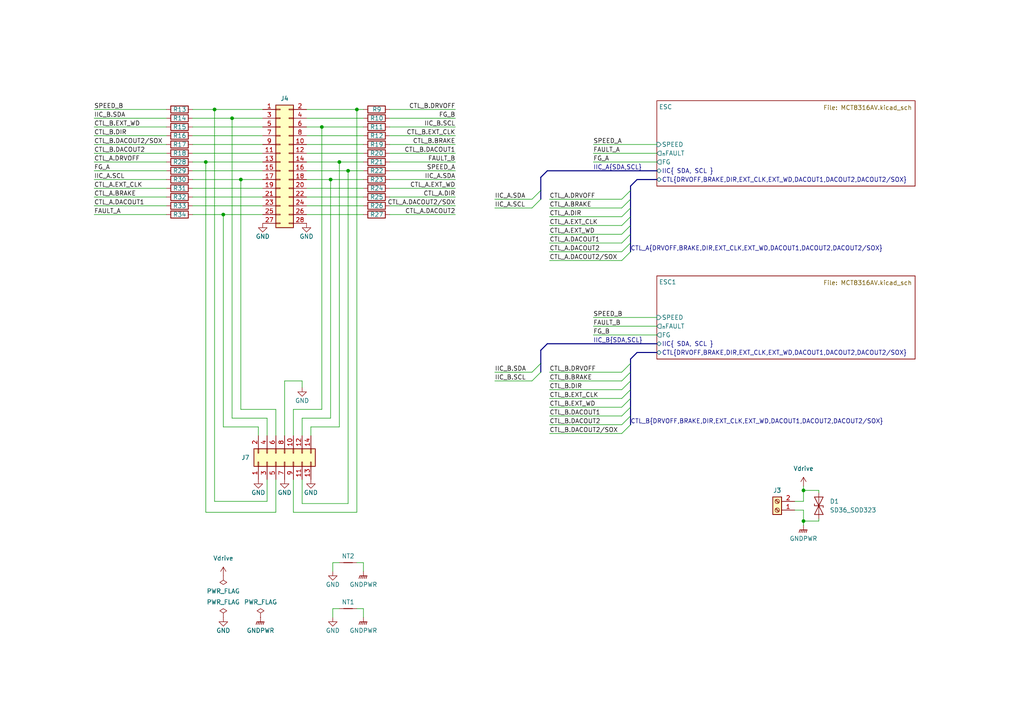
<source format=kicad_sch>
(kicad_sch (version 20230121) (generator eeschema)
  (paper "A4")
  (lib_symbols
    (symbol "Connector:Screw_Terminal_01x02" (pin_names (offset 1.016) hide)
      (property "Reference" "J" (at 0 2.54 0))
      (property "Value" "Screw_Terminal_01x02" (at 0 -5.08 0))
      (symbol "Screw_Terminal_01x02_1_1"
        (rectangle (start -1.27 1.27) (end 1.27 -3.81) (stroke (width 0.254)) (fill (type background)))
        (circle (center 0 -2.54) (radius 0.635) (stroke (width 0.1524)))
        (polyline (pts (xy -0.5334 -2.2098) (xy 0.3302 -3.048)) (stroke (width 0.1524)))
        (polyline (pts (xy -0.5334 0.3302) (xy 0.3302 -0.508)) (stroke (width 0.1524)))
        (polyline (pts (xy -0.3556 -2.032) (xy 0.508 -2.8702)) (stroke (width 0.1524)))
        (polyline (pts (xy -0.3556 0.508) (xy 0.508 -0.3302)) (stroke (width 0.1524)))
        (circle (center 0 0) (radius 0.635) (stroke (width 0.1524)))
        (pin passive line (at -5.08 0 0) (length 3.81) (name "Pin_1") (number "1"))
        (pin passive line (at -5.08 -2.54 0) (length 3.81) (name "Pin_2") (number "2"))
      )
    )
    (symbol "Connector_Generic:Conn_02x07_Odd_Even" (pin_names (offset 1.016) hide)
      (property "Reference" "J" (at 1.27 10.16 0))
      (property "Value" "Conn_02x07_Odd_Even" (at 1.27 -10.16 0))
      (symbol "Conn_02x07_Odd_Even_1_1"
        (rectangle (start -1.27 -7.493) (end 0 -7.747) (stroke (width 0.1524)))
        (rectangle (start -1.27 -4.953) (end 0 -5.207) (stroke (width 0.1524)))
        (rectangle (start -1.27 -2.413) (end 0 -2.667) (stroke (width 0.1524)))
        (rectangle (start -1.27 0.127) (end 0 -0.127) (stroke (width 0.1524)))
        (rectangle (start -1.27 2.667) (end 0 2.413) (stroke (width 0.1524)))
        (rectangle (start -1.27 5.207) (end 0 4.953) (stroke (width 0.1524)))
        (rectangle (start -1.27 7.747) (end 0 7.493) (stroke (width 0.1524)))
        (rectangle (start -1.27 8.89) (end 3.81 -8.89) (stroke (width 0.254)) (fill (type background)))
        (rectangle (start 3.81 -7.493) (end 2.54 -7.747) (stroke (width 0.1524)))
        (rectangle (start 3.81 -4.953) (end 2.54 -5.207) (stroke (width 0.1524)))
        (rectangle (start 3.81 -2.413) (end 2.54 -2.667) (stroke (width 0.1524)))
        (rectangle (start 3.81 0.127) (end 2.54 -0.127) (stroke (width 0.1524)))
        (rectangle (start 3.81 2.667) (end 2.54 2.413) (stroke (width 0.1524)))
        (rectangle (start 3.81 5.207) (end 2.54 4.953) (stroke (width 0.1524)))
        (rectangle (start 3.81 7.747) (end 2.54 7.493) (stroke (width 0.1524)))
        (pin passive line (at -5.08 7.62 0) (length 3.81) (name "Pin_1") (number "1"))
        (pin passive line (at 7.62 -2.54 180) (length 3.81) (name "Pin_10") (number "10"))
        (pin passive line (at -5.08 -5.08 0) (length 3.81) (name "Pin_11") (number "11"))
        (pin passive line (at 7.62 -5.08 180) (length 3.81) (name "Pin_12") (number "12"))
        (pin passive line (at -5.08 -7.62 0) (length 3.81) (name "Pin_13") (number "13"))
        (pin passive line (at 7.62 -7.62 180) (length 3.81) (name "Pin_14") (number "14"))
        (pin passive line (at 7.62 7.62 180) (length 3.81) (name "Pin_2") (number "2"))
        (pin passive line (at -5.08 5.08 0) (length 3.81) (name "Pin_3") (number "3"))
        (pin passive line (at 7.62 5.08 180) (length 3.81) (name "Pin_4") (number "4"))
        (pin passive line (at -5.08 2.54 0) (length 3.81) (name "Pin_5") (number "5"))
        (pin passive line (at 7.62 2.54 180) (length 3.81) (name "Pin_6") (number "6"))
        (pin passive line (at -5.08 0 0) (length 3.81) (name "Pin_7") (number "7"))
        (pin passive line (at 7.62 0 180) (length 3.81) (name "Pin_8") (number "8"))
        (pin passive line (at -5.08 -2.54 0) (length 3.81) (name "Pin_9") (number "9"))
      )
    )
    (symbol "Connector_Generic:Conn_02x14_Odd_Even" (pin_names (offset 1.016) hide)
      (property "Reference" "J" (at 1.27 17.78 0))
      (property "Value" "Conn_02x14_Odd_Even" (at 1.27 -20.32 0))
      (symbol "Conn_02x14_Odd_Even_1_1"
        (rectangle (start -1.27 -17.653) (end 0 -17.907) (stroke (width 0.1524)))
        (rectangle (start -1.27 -15.113) (end 0 -15.367) (stroke (width 0.1524)))
        (rectangle (start -1.27 -12.573) (end 0 -12.827) (stroke (width 0.1524)))
        (rectangle (start -1.27 -10.033) (end 0 -10.287) (stroke (width 0.1524)))
        (rectangle (start -1.27 -7.493) (end 0 -7.747) (stroke (width 0.1524)))
        (rectangle (start -1.27 -4.953) (end 0 -5.207) (stroke (width 0.1524)))
        (rectangle (start -1.27 -2.413) (end 0 -2.667) (stroke (width 0.1524)))
        (rectangle (start -1.27 0.127) (end 0 -0.127) (stroke (width 0.1524)))
        (rectangle (start -1.27 2.667) (end 0 2.413) (stroke (width 0.1524)))
        (rectangle (start -1.27 5.207) (end 0 4.953) (stroke (width 0.1524)))
        (rectangle (start -1.27 7.747) (end 0 7.493) (stroke (width 0.1524)))
        (rectangle (start -1.27 10.287) (end 0 10.033) (stroke (width 0.1524)))
        (rectangle (start -1.27 12.827) (end 0 12.573) (stroke (width 0.1524)))
        (rectangle (start -1.27 15.367) (end 0 15.113) (stroke (width 0.1524)))
        (rectangle (start -1.27 16.51) (end 3.81 -19.05) (stroke (width 0.254)) (fill (type background)))
        (rectangle (start 3.81 -17.653) (end 2.54 -17.907) (stroke (width 0.1524)))
        (rectangle (start 3.81 -15.113) (end 2.54 -15.367) (stroke (width 0.1524)))
        (rectangle (start 3.81 -12.573) (end 2.54 -12.827) (stroke (width 0.1524)))
        (rectangle (start 3.81 -10.033) (end 2.54 -10.287) (stroke (width 0.1524)))
        (rectangle (start 3.81 -7.493) (end 2.54 -7.747) (stroke (width 0.1524)))
        (rectangle (start 3.81 -4.953) (end 2.54 -5.207) (stroke (width 0.1524)))
        (rectangle (start 3.81 -2.413) (end 2.54 -2.667) (stroke (width 0.1524)))
        (rectangle (start 3.81 0.127) (end 2.54 -0.127) (stroke (width 0.1524)))
        (rectangle (start 3.81 2.667) (end 2.54 2.413) (stroke (width 0.1524)))
        (rectangle (start 3.81 5.207) (end 2.54 4.953) (stroke (width 0.1524)))
        (rectangle (start 3.81 7.747) (end 2.54 7.493) (stroke (width 0.1524)))
        (rectangle (start 3.81 10.287) (end 2.54 10.033) (stroke (width 0.1524)))
        (rectangle (start 3.81 12.827) (end 2.54 12.573) (stroke (width 0.1524)))
        (rectangle (start 3.81 15.367) (end 2.54 15.113) (stroke (width 0.1524)))
        (pin passive line (at -5.08 15.24 0) (length 3.81) (name "Pin_1") (number "1"))
        (pin passive line (at 7.62 5.08 180) (length 3.81) (name "Pin_10") (number "10"))
        (pin passive line (at -5.08 2.54 0) (length 3.81) (name "Pin_11") (number "11"))
        (pin passive line (at 7.62 2.54 180) (length 3.81) (name "Pin_12") (number "12"))
        (pin passive line (at -5.08 0 0) (length 3.81) (name "Pin_13") (number "13"))
        (pin passive line (at 7.62 0 180) (length 3.81) (name "Pin_14") (number "14"))
        (pin passive line (at -5.08 -2.54 0) (length 3.81) (name "Pin_15") (number "15"))
        (pin passive line (at 7.62 -2.54 180) (length 3.81) (name "Pin_16") (number "16"))
        (pin passive line (at -5.08 -5.08 0) (length 3.81) (name "Pin_17") (number "17"))
        (pin passive line (at 7.62 -5.08 180) (length 3.81) (name "Pin_18") (number "18"))
        (pin passive line (at -5.08 -7.62 0) (length 3.81) (name "Pin_19") (number "19"))
        (pin passive line (at 7.62 15.24 180) (length 3.81) (name "Pin_2") (number "2"))
        (pin passive line (at 7.62 -7.62 180) (length 3.81) (name "Pin_20") (number "20"))
        (pin passive line (at -5.08 -10.16 0) (length 3.81) (name "Pin_21") (number "21"))
        (pin passive line (at 7.62 -10.16 180) (length 3.81) (name "Pin_22") (number "22"))
        (pin passive line (at -5.08 -12.7 0) (length 3.81) (name "Pin_23") (number "23"))
        (pin passive line (at 7.62 -12.7 180) (length 3.81) (name "Pin_24") (number "24"))
        (pin passive line (at -5.08 -15.24 0) (length 3.81) (name "Pin_25") (number "25"))
        (pin passive line (at 7.62 -15.24 180) (length 3.81) (name "Pin_26") (number "26"))
        (pin passive line (at -5.08 -17.78 0) (length 3.81) (name "Pin_27") (number "27"))
        (pin passive line (at 7.62 -17.78 180) (length 3.81) (name "Pin_28") (number "28"))
        (pin passive line (at -5.08 12.7 0) (length 3.81) (name "Pin_3") (number "3"))
        (pin passive line (at 7.62 12.7 180) (length 3.81) (name "Pin_4") (number "4"))
        (pin passive line (at -5.08 10.16 0) (length 3.81) (name "Pin_5") (number "5"))
        (pin passive line (at 7.62 10.16 180) (length 3.81) (name "Pin_6") (number "6"))
        (pin passive line (at -5.08 7.62 0) (length 3.81) (name "Pin_7") (number "7"))
        (pin passive line (at 7.62 7.62 180) (length 3.81) (name "Pin_8") (number "8"))
        (pin passive line (at -5.08 5.08 0) (length 3.81) (name "Pin_9") (number "9"))
      )
    )
    (symbol "Device:NetTie_2" (pin_numbers hide) (pin_names (offset 0) hide) (in_bom no)
      (property "Reference" "NT" (at 0 1.27 0))
      (property "Value" "NetTie_2" (at 0 -1.27 0))
      (symbol "NetTie_2_0_1"
        (polyline (pts (xy -1.27 0) (xy 1.27 0)) (stroke (width 0.254)))
      )
      (symbol "NetTie_2_1_1"
        (pin passive line (at -2.54 0 0) (length 2.54) (name "1") (number "1"))
        (pin passive line (at 2.54 0 180) (length 2.54) (name "2") (number "2"))
      )
    )
    (symbol "Device:R" (pin_numbers hide) (pin_names (offset 0))
      (property "Reference" "R" (at 2.032 0 90))
      (property "Value" "R" (at 0 0 90))
      (symbol "R_0_1"
        (rectangle (start -1.016 -2.54) (end 1.016 2.54) (stroke (width 0.254)))
      )
      (symbol "R_1_1"
        (pin passive line (at 0 3.81 270) (length 1.27) (name "~") (number "1"))
        (pin passive line (at 0 -3.81 90) (length 1.27) (name "~") (number "2"))
      )
    )
    (symbol "Diode:SD36_SOD323" (pin_numbers hide) (pin_names (offset 1.016) hide)
      (property "Reference" "D" (at 0 2.54 0))
      (property "Value" "SD36_SOD323" (at 0 -2.54 0))
      (symbol "SD36_SOD323_0_1"
        (polyline (pts (xy 1.27 0) (xy -1.27 0)))
        (polyline (pts (xy -2.54 -1.27) (xy 0 0) (xy -2.54 1.27) (xy -2.54 -1.27)) (stroke (width 0.2032)))
        (polyline (pts (xy 0.508 1.27) (xy 0 1.27) (xy 0 -1.27) (xy -0.508 -1.27)) (stroke (width 0.2032)))
        (polyline (pts (xy 2.54 1.27) (xy 2.54 -1.27) (xy 0 0) (xy 2.54 1.27)) (stroke (width 0.2032)))
      )
      (symbol "SD36_SOD323_1_1"
        (pin passive line (at -3.81 0 0) (length 2.54) (name "A1") (number "1"))
        (pin passive line (at 3.81 0 180) (length 2.54) (name "A2") (number "2"))
      )
    )
    (symbol "power:GND" (power) (pin_names (offset 0))
      (property "Value" "GND" (at 0 -3.81 0))
      (symbol "GND_0_1"
        (polyline (pts (xy 0 0) (xy 0 -1.27) (xy 1.27 -1.27) (xy 0 -2.54) (xy -1.27 -1.27) (xy 0 -1.27)))
      )
      (symbol "GND_1_1"
        (pin power_in line (at 0 0 270) (length 0) hide (name "GND") (number "1"))
      )
    )
    (symbol "power:GNDPWR" (power) (pin_names (offset 0))
      (property "Value" "GNDPWR" (at 0 -3.302 0))
      (symbol "GNDPWR_0_1"
        (polyline (pts (xy 0 -1.27) (xy 0 0)))
        (polyline (pts (xy -1.016 -1.27) (xy -1.27 -2.032) (xy -1.27 -2.032)) (stroke (width 0.2032)))
        (polyline (pts (xy -0.508 -1.27) (xy -0.762 -2.032) (xy -0.762 -2.032)) (stroke (width 0.2032)))
        (polyline (pts (xy 0 -1.27) (xy -0.254 -2.032) (xy -0.254 -2.032)) (stroke (width 0.2032)))
        (polyline (pts (xy 0.508 -1.27) (xy 0.254 -2.032) (xy 0.254 -2.032)) (stroke (width 0.2032)))
        (polyline (pts (xy 1.016 -1.27) (xy -1.016 -1.27) (xy -1.016 -1.27)) (stroke (width 0.2032)))
        (polyline (pts (xy 1.016 -1.27) (xy 0.762 -2.032) (xy 0.762 -2.032) (xy 0.762 -2.032)) (stroke (width 0.2032)))
      )
      (symbol "GNDPWR_1_1"
        (pin power_in line (at 0 0 270) (length 0) hide (name "GNDPWR") (number "1"))
      )
    )
    (symbol "power:PWR_FLAG" (power) (pin_numbers hide) (pin_names (offset 0) hide)
      (property "Value" "PWR_FLAG" (at 0 3.81 0))
      (symbol "PWR_FLAG_0_0"
        (pin power_out line (at 0 0 90) (length 0) (name "pwr") (number "1"))
      )
      (symbol "PWR_FLAG_0_1"
        (polyline (pts (xy 0 0) (xy 0 1.27) (xy -1.016 1.905) (xy 0 2.54) (xy 1.016 1.905) (xy 0 1.27)))
      )
    )
    (symbol "power:Vdrive" (power) (pin_names (offset 0))
      (property "Value" "Vdrive" (at 0 3.81 0))
      (symbol "Vdrive_0_1"
        (polyline (pts (xy -0.762 1.27) (xy 0 2.54)))
        (polyline (pts (xy 0 0) (xy 0 2.54)))
        (polyline (pts (xy 0 2.54) (xy 0.762 1.27)))
      )
      (symbol "Vdrive_1_1"
        (pin power_in line (at 0 0 90) (length 0) hide (name "Vdrive") (number "1"))
      )
    )
  )
  (junction (at 103.505 31.75))
  (junction (at 64.77 62.23))
  (junction (at 93.345 36.83))
  (junction (at 95.885 52.07))
  (junction (at 59.69 46.99))
  (junction (at 67.31 34.29))
  (junction (at 69.85 52.07))
  (junction (at 98.425 46.99))
  (junction (at 62.23 31.75))
  (junction (at 233.045 142.24))
  (junction (at 100.965 49.53))
  (junction (at 233.045 151.13))
  (bus_entry (at 182.88 60.325) (size -2.54 2.54))
  (bus_entry (at 182.88 67.945) (size -2.54 2.54))
  (bus_entry (at 182.88 62.865) (size -2.54 2.54))
  (bus_entry (at 156.845 55.245) (size -2.54 2.54))
  (bus_entry (at 182.88 55.245) (size -2.54 2.54))
  (bus_entry (at 156.845 105.41) (size -2.54 2.54))
  (bus_entry (at 182.88 110.49) (size -2.54 2.54))
  (bus_entry (at 182.88 107.95) (size -2.54 2.54))
  (bus_entry (at 156.845 57.785) (size -2.54 2.54))
  (bus_entry (at 182.88 115.57) (size -2.54 2.54))
  (bus_entry (at 182.88 118.11) (size -2.54 2.54))
  (bus_entry (at 182.88 113.03) (size -2.54 2.54))
  (bus_entry (at 182.88 70.485) (size -2.54 2.54))
  (bus_entry (at 182.88 105.41) (size -2.54 2.54))
  (bus_entry (at 182.88 73.025) (size -2.54 2.54))
  (bus_entry (at 182.88 123.19) (size -2.54 2.54))
  (bus_entry (at 156.845 107.95) (size -2.54 2.54))
  (bus_entry (at 182.88 57.785) (size -2.54 2.54))
  (bus_entry (at 182.88 120.65) (size -2.54 2.54))
  (bus_entry (at 182.88 65.405) (size -2.54 2.54))
  (bus (pts (xy 156.845 105.41) (xy 156.845 101.6)))
  (wire (pts (xy 180.34 118.11) (xy 159.385 118.11)))
  (wire (pts (xy 55.88 62.23) (xy 64.77 62.23)))
  (wire (pts (xy 59.69 148.59) (xy 80.01 148.59)))
  (wire (pts (xy 100.965 49.53) (xy 105.41 49.53)))
  (wire (pts (xy 180.34 67.945) (xy 159.385 67.945)))
  (wire (pts (xy 64.77 62.23) (xy 76.2 62.23)))
  (wire (pts (xy 48.26 41.91) (xy 27.305 41.91)))
  (wire (pts (xy 143.51 110.49) (xy 154.305 110.49)))
  (wire (pts (xy 88.9 31.75) (xy 103.505 31.75)))
  (wire (pts (xy 103.505 176.53) (xy 105.41 176.53)))
  (wire (pts (xy 233.045 147.955) (xy 230.505 147.955)))
  (wire (pts (xy 103.505 31.75) (xy 103.505 148.59)))
  (wire (pts (xy 27.305 62.23) (xy 48.26 62.23)))
  (wire (pts (xy 59.69 46.99) (xy 76.2 46.99)))
  (wire (pts (xy 105.41 176.53) (xy 105.41 179.07)))
  (wire (pts (xy 143.51 107.95) (xy 154.305 107.95)))
  (wire (pts (xy 88.9 44.45) (xy 105.41 44.45)))
  (wire (pts (xy 93.345 36.83) (xy 93.345 118.745)))
  (wire (pts (xy 27.305 59.69) (xy 48.26 59.69)))
  (wire (pts (xy 96.52 179.07) (xy 96.52 176.53)))
  (bus (pts (xy 182.88 65.405) (xy 182.88 62.865)))
  (wire (pts (xy 55.88 57.15) (xy 76.2 57.15)))
  (wire (pts (xy 62.23 145.415) (xy 77.47 145.415)))
  (wire (pts (xy 233.045 142.24) (xy 233.045 140.97)))
  (wire (pts (xy 82.55 110.49) (xy 87.63 110.49)))
  (wire (pts (xy 76.2 44.45) (xy 55.88 44.45)))
  (wire (pts (xy 98.425 123.825) (xy 90.17 123.825)))
  (bus (pts (xy 184.785 52.07) (xy 182.88 53.975)))
  (wire (pts (xy 113.03 62.23) (xy 132.08 62.23)))
  (wire (pts (xy 113.03 59.69) (xy 132.08 59.69)))
  (bus (pts (xy 182.88 110.49) (xy 182.88 107.95)))
  (bus (pts (xy 156.845 107.95) (xy 156.845 105.41)))
  (bus (pts (xy 156.845 57.785) (xy 156.845 55.245)))
  (wire (pts (xy 113.03 57.15) (xy 132.08 57.15)))
  (wire (pts (xy 85.09 148.59) (xy 85.09 139.065)))
  (wire (pts (xy 103.505 148.59) (xy 85.09 148.59)))
  (bus (pts (xy 156.845 55.245) (xy 156.845 51.435)))
  (wire (pts (xy 88.9 34.29) (xy 105.41 34.29)))
  (wire (pts (xy 96.52 176.53) (xy 98.425 176.53)))
  (wire (pts (xy 62.23 31.75) (xy 55.88 31.75)))
  (wire (pts (xy 113.03 44.45) (xy 132.08 44.45)))
  (wire (pts (xy 180.34 62.865) (xy 159.385 62.865)))
  (wire (pts (xy 233.045 151.13) (xy 237.49 151.13)))
  (wire (pts (xy 27.305 31.75) (xy 48.26 31.75)))
  (bus (pts (xy 156.845 101.6) (xy 158.75 99.695)))
  (wire (pts (xy 88.9 54.61) (xy 105.41 54.61)))
  (wire (pts (xy 82.55 126.365) (xy 82.55 110.49)))
  (wire (pts (xy 64.77 123.825) (xy 74.93 123.825)))
  (wire (pts (xy 143.51 60.325) (xy 154.305 60.325)))
  (wire (pts (xy 55.88 52.07) (xy 69.85 52.07)))
  (wire (pts (xy 113.03 41.91) (xy 132.08 41.91)))
  (wire (pts (xy 143.51 57.785) (xy 154.305 57.785)))
  (wire (pts (xy 172.085 94.615) (xy 190.5 94.615)))
  (wire (pts (xy 103.505 163.195) (xy 105.41 163.195)))
  (wire (pts (xy 233.045 152.4) (xy 233.045 151.13)))
  (wire (pts (xy 88.9 52.07) (xy 95.885 52.07)))
  (wire (pts (xy 88.9 36.83) (xy 93.345 36.83)))
  (wire (pts (xy 88.9 41.91) (xy 105.41 41.91)))
  (wire (pts (xy 59.69 46.99) (xy 59.69 148.59)))
  (wire (pts (xy 87.63 146.05) (xy 87.63 139.065)))
  (wire (pts (xy 90.17 123.825) (xy 90.17 126.365)))
  (wire (pts (xy 180.34 110.49) (xy 159.385 110.49)))
  (bus (pts (xy 182.88 113.03) (xy 182.88 110.49)))
  (bus (pts (xy 182.88 73.025) (xy 182.88 70.485)))
  (wire (pts (xy 98.425 46.99) (xy 98.425 123.825)))
  (wire (pts (xy 113.03 36.83) (xy 132.08 36.83)))
  (wire (pts (xy 76.2 41.91) (xy 55.88 41.91)))
  (wire (pts (xy 27.305 52.07) (xy 48.26 52.07)))
  (bus (pts (xy 182.88 118.11) (xy 182.88 115.57)))
  (wire (pts (xy 98.425 46.99) (xy 105.41 46.99)))
  (wire (pts (xy 95.885 52.07) (xy 105.41 52.07)))
  (wire (pts (xy 172.085 41.91) (xy 190.5 41.91)))
  (wire (pts (xy 69.85 52.07) (xy 69.85 118.745)))
  (wire (pts (xy 95.885 52.07) (xy 95.885 121.285)))
  (wire (pts (xy 74.93 123.825) (xy 74.93 126.365)))
  (wire (pts (xy 180.34 73.025) (xy 159.385 73.025)))
  (bus (pts (xy 184.785 102.235) (xy 182.88 104.14)))
  (wire (pts (xy 85.09 118.745) (xy 85.09 126.365)))
  (wire (pts (xy 95.885 121.285) (xy 87.63 121.285)))
  (bus (pts (xy 190.5 52.07) (xy 184.785 52.07)))
  (bus (pts (xy 182.88 70.485) (xy 182.88 67.945)))
  (wire (pts (xy 88.9 49.53) (xy 100.965 49.53)))
  (wire (pts (xy 172.085 44.45) (xy 190.5 44.45)))
  (wire (pts (xy 69.85 52.07) (xy 76.2 52.07)))
  (wire (pts (xy 180.34 107.95) (xy 159.385 107.95)))
  (wire (pts (xy 103.505 31.75) (xy 105.41 31.75)))
  (wire (pts (xy 27.305 54.61) (xy 48.26 54.61)))
  (wire (pts (xy 180.34 120.65) (xy 159.385 120.65)))
  (wire (pts (xy 113.03 52.07) (xy 132.08 52.07)))
  (wire (pts (xy 27.305 46.99) (xy 48.26 46.99)))
  (wire (pts (xy 180.34 60.325) (xy 159.385 60.325)))
  (wire (pts (xy 113.03 46.99) (xy 132.08 46.99)))
  (wire (pts (xy 180.34 125.73) (xy 159.385 125.73)))
  (wire (pts (xy 62.23 31.75) (xy 76.2 31.75)))
  (wire (pts (xy 27.305 34.29) (xy 48.26 34.29)))
  (wire (pts (xy 180.34 75.565) (xy 159.385 75.565)))
  (wire (pts (xy 27.305 57.15) (xy 48.26 57.15)))
  (wire (pts (xy 76.2 36.83) (xy 55.88 36.83)))
  (wire (pts (xy 96.52 163.195) (xy 98.425 163.195)))
  (wire (pts (xy 180.34 115.57) (xy 159.385 115.57)))
  (wire (pts (xy 48.26 44.45) (xy 27.305 44.45)))
  (wire (pts (xy 113.03 31.75) (xy 132.08 31.75)))
  (wire (pts (xy 55.88 39.37) (xy 76.2 39.37)))
  (wire (pts (xy 67.31 34.29) (xy 55.88 34.29)))
  (bus (pts (xy 182.88 53.975) (xy 182.88 55.245)))
  (bus (pts (xy 158.75 49.53) (xy 190.5 49.53)))
  (wire (pts (xy 76.2 34.29) (xy 67.31 34.29)))
  (wire (pts (xy 172.085 97.155) (xy 190.5 97.155)))
  (wire (pts (xy 113.03 34.29) (xy 132.08 34.29)))
  (wire (pts (xy 88.9 59.69) (xy 105.41 59.69)))
  (wire (pts (xy 237.49 142.875) (xy 237.49 142.24)))
  (bus (pts (xy 182.88 120.65) (xy 182.88 118.11)))
  (bus (pts (xy 182.88 107.95) (xy 182.88 105.41)))
  (wire (pts (xy 93.345 36.83) (xy 105.41 36.83)))
  (wire (pts (xy 27.305 36.83) (xy 48.26 36.83)))
  (wire (pts (xy 62.23 31.75) (xy 62.23 145.415)))
  (wire (pts (xy 55.88 49.53) (xy 76.2 49.53)))
  (wire (pts (xy 64.77 62.23) (xy 64.77 123.825)))
  (wire (pts (xy 100.965 49.53) (xy 100.965 146.05)))
  (wire (pts (xy 180.34 57.785) (xy 159.385 57.785)))
  (bus (pts (xy 156.845 51.435) (xy 158.75 49.53)))
  (wire (pts (xy 67.31 34.29) (xy 67.31 121.285)))
  (wire (pts (xy 67.31 121.285) (xy 77.47 121.285)))
  (wire (pts (xy 237.49 142.24) (xy 233.045 142.24)))
  (wire (pts (xy 172.085 46.99) (xy 190.5 46.99)))
  (wire (pts (xy 27.305 49.53) (xy 48.26 49.53)))
  (wire (pts (xy 80.01 148.59) (xy 80.01 139.065)))
  (wire (pts (xy 87.63 110.49) (xy 87.63 112.395)))
  (wire (pts (xy 88.9 46.99) (xy 98.425 46.99)))
  (wire (pts (xy 233.045 145.415) (xy 233.045 142.24)))
  (bus (pts (xy 182.88 115.57) (xy 182.88 113.03)))
  (wire (pts (xy 105.41 163.195) (xy 105.41 165.735)))
  (bus (pts (xy 182.88 57.785) (xy 182.88 55.245)))
  (wire (pts (xy 180.34 113.03) (xy 159.385 113.03)))
  (wire (pts (xy 230.505 145.415) (xy 233.045 145.415)))
  (bus (pts (xy 182.88 104.14) (xy 182.88 105.41)))
  (wire (pts (xy 100.965 146.05) (xy 87.63 146.05)))
  (wire (pts (xy 87.63 121.285) (xy 87.63 126.365)))
  (bus (pts (xy 158.75 99.695) (xy 190.5 99.695)))
  (wire (pts (xy 93.345 118.745) (xy 85.09 118.745)))
  (bus (pts (xy 182.88 67.945) (xy 182.88 65.405)))
  (wire (pts (xy 69.85 118.745) (xy 80.01 118.745)))
  (wire (pts (xy 237.49 150.495) (xy 237.49 151.13)))
  (bus (pts (xy 190.5 102.235) (xy 184.785 102.235)))
  (bus (pts (xy 182.88 123.19) (xy 182.88 120.65)))
  (wire (pts (xy 88.9 57.15) (xy 105.41 57.15)))
  (wire (pts (xy 55.88 54.61) (xy 76.2 54.61)))
  (wire (pts (xy 113.03 49.53) (xy 132.08 49.53)))
  (wire (pts (xy 96.52 165.735) (xy 96.52 163.195)))
  (wire (pts (xy 233.045 151.13) (xy 233.045 147.955)))
  (wire (pts (xy 88.9 39.37) (xy 105.41 39.37)))
  (wire (pts (xy 77.47 139.065) (xy 77.47 145.415)))
  (wire (pts (xy 113.03 39.37) (xy 132.08 39.37)))
  (wire (pts (xy 88.9 62.23) (xy 105.41 62.23)))
  (wire (pts (xy 113.03 54.61) (xy 132.08 54.61)))
  (wire (pts (xy 55.88 59.69) (xy 76.2 59.69)))
  (wire (pts (xy 80.01 118.745) (xy 80.01 126.365)))
  (bus (pts (xy 182.88 60.325) (xy 182.88 57.785)))
  (wire (pts (xy 55.88 46.99) (xy 59.69 46.99)))
  (wire (pts (xy 180.34 65.405) (xy 159.385 65.405)))
  (wire (pts (xy 172.085 92.075) (xy 190.5 92.075)))
  (wire (pts (xy 77.47 121.285) (xy 77.47 126.365)))
  (wire (pts (xy 27.305 39.37) (xy 48.26 39.37)))
  (wire (pts (xy 180.34 70.485) (xy 159.385 70.485)))
  (bus (pts (xy 182.88 62.865) (xy 182.88 60.325)))
  (wire (pts (xy 180.34 123.19) (xy 159.385 123.19)))
  (text_box "TI IC's compare: https://www.ti.com/compare-products/?id=12602&type=GPT&mode=alternate-gpn&partList=MCT8316A,MCF8316A,MCT8316Z&sticky=true\n\nmouser: https://www.mouser.bg/ProductDetail/Texas-Instruments/MCT8316A1VRGFR?qs=rSMjJ%252B1ewcSMvl4Q8e7VVQ%3D%3D" (at 258.445 -85.725 0) (size 160.655 14.605) (effects (font (size 1.27 1.27)) (justify left top)))
  (label "FG_A" (at 172.085 46.99 0))
  (label "CTL_A.DRVOFF" (at 159.385 57.785 0))
  (label "IIC_A.SDA" (at 132.08 52.07 180))
  (label "CTL_A.DACOUT2" (at 159.385 73.025 0))
  (label "FAULT_B" (at 132.08 46.99 180))
  (label "CTL_A.DACOUT2{slash}SOX" (at 159.385 75.565 0))
  (label "FG_B" (at 172.085 97.155 0))
  (label "FG_B" (at 132.08 34.29 180))
  (label "CTL_B.DRVOFF" (at 159.385 107.95 0))
  (label "CTL_A.DACOUT2" (at 132.08 62.23 180))
  (label "SPEED_B" (at 27.305 31.75 0))
  (label "FAULT_B" (at 172.085 94.615 0))
  (label "IIC_A.SCL" (at 27.305 52.07 0))
  (label "SPEED_A" (at 172.085 41.91 0))
  (label "CTL_A.EXT_CLK" (at 27.305 54.61 0))
  (label "CTL_B.EXT_CLK" (at 132.08 39.37 180))
  (label "SPEED_A" (at 132.08 49.53 180))
  (label "IIC_B.SCL" (at 132.08 36.83 180))
  (label "CTL_A.DACOUT2{slash}SOX" (at 132.08 59.69 180))
  (label "CTL_A.BRAKE" (at 159.385 60.325 0))
  (label "CTL_B.DACOUT2{slash}SOX" (at 159.385 125.73 0))
  (label "CTL_A{DRVOFF,BRAKE,DIR,EXT_CLK,EXT_WD,DACOUT1,DACOUT2,DACOUT2{slash}SOX}" (at 182.88 73.025 0))
  (label "CTL_B{DRVOFF,BRAKE,DIR,EXT_CLK,EXT_WD,DACOUT1,DACOUT2,DACOUT2{slash}SOX}" (at 182.88 123.19 0))
  (label "CTL_A.DACOUT1" (at 159.385 70.485 0))
  (label "CTL_B.DACOUT2{slash}SOX" (at 27.305 41.91 0))
  (label "CTL_A.DIR" (at 132.08 57.15 180))
  (label "CTL_A.DACOUT1" (at 27.305 59.69 0))
  (label "CTL_A.EXT_WD" (at 159.385 67.945 0))
  (label "FG_A" (at 27.305 49.53 0))
  (label "CTL_B.DACOUT2" (at 27.305 44.45 0))
  (label "CTL_B.BRAKE" (at 159.385 110.49 0))
  (label "IIC_B.SCL" (at 143.51 110.49 0))
  (label "IIC_B{SDA,SCL}" (at 172.085 99.695 0))
  (label "CTL_B.DRVOFF" (at 132.08 31.75 180))
  (label "CTL_B.DACOUT1" (at 132.08 44.45 180))
  (label "IIC_B.SDA" (at 143.51 107.95 0))
  (label "CTL_B.EXT_WD" (at 27.305 36.83 0))
  (label "CTL_A.DIR" (at 159.385 62.865 0))
  (label "FAULT_A" (at 27.305 62.23 0))
  (label "CTL_B.BRAKE" (at 132.08 41.91 180))
  (label "SPEED_B" (at 172.085 92.075 0))
  (label "CTL_B.EXT_CLK" (at 159.385 115.57 0))
  (label "FAULT_A" (at 172.085 44.45 0))
  (label "CTL_A.BRAKE" (at 27.305 57.15 0))
  (label "CTL_A.EXT_CLK" (at 159.385 65.405 0))
  (label "IIC_A.SCL" (at 143.51 60.325 0))
  (label "CTL_A.EXT_WD" (at 132.08 54.61 180))
  (label "CTL_A.DRVOFF" (at 27.305 46.99 0))
  (label "IIC_A{SDA,SCL}" (at 172.085 49.53 0))
  (label "CTL_B.EXT_WD" (at 159.385 118.11 0))
  (label "CTL_B.DIR" (at 159.385 113.03 0))
  (label "CTL_B.DACOUT1" (at 159.385 120.65 0))
  (label "CTL_B.DIR" (at 27.305 39.37 0))
  (label "IIC_B.SDA" (at 27.305 34.29 0))
  (label "IIC_A.SDA" (at 143.51 57.785 0))
  (label "CTL_B.DACOUT2" (at 159.385 123.19 0))
  (symbol (lib_id "power:GNDPWR") (at 105.41 165.735 0) (unit 1)
    (property "Reference" "#PWR024" (effects hide))
    (property "Value" "GNDPWR" (at 105.41 169.545 0))
  )
  (symbol (lib_id "Connector_Generic:Conn_02x07_Odd_Even") (at 82.55 133.985 90) (unit 1)
    (property "Reference" "J7" (at 72.39 132.715 90) (effects (justify left)))
    (property "Value" "Conn_02x06_Top_Bottom" (effects hide))
    (property "Footprint" "Connector_PinHeader_2.54mm:PinHeader_2x07_P2.54mm_Vertical" (effects hide))
  )
  (symbol (lib_id "Device:R") (at 52.07 49.53 270) (unit 1)
    (property "Reference" "R29" (at 50.165 49.53 90) (effects (justify left)))
    (property "Value" "100R" (effects hide))
    (property "Footprint" "Resistor_SMD:R_0402_1005Metric" (effects hide))
  )
  (symbol (lib_id "Device:NetTie_2") (at 100.965 163.195 0) (unit 1) (in_bom no)
    (property "Reference" "NT2" (at 100.965 161.29 0))
    (property "Value" "NetTie_2" (effects hide))
    (property "Footprint" "NetTie:NetTie-2_SMD_Pad0.5mm" (effects hide))
  )
  (symbol (lib_id "power:GND") (at 96.52 165.735 0) (unit 1)
    (property "Reference" "#PWR023" (effects hide))
    (property "Value" "GND" (at 96.52 169.545 0))
  )
  (symbol (lib_id "power:PWR_FLAG") (at 64.77 167.005 180) (unit 1)
    (property "Reference" "#FLG03" (effects hide))
    (property "Value" "PWR_FLAG" (at 64.77 171.45 0))
  )
  (symbol (lib_id "Device:R") (at 52.07 34.29 270) (unit 1)
    (property "Reference" "R14" (at 50.165 34.29 90) (effects (justify left)))
    (property "Value" "100R" (effects hide))
    (property "Footprint" "Resistor_SMD:R_0402_1005Metric" (effects hide))
  )
  (symbol (lib_id "Device:R") (at 109.22 34.29 270) (unit 1)
    (property "Reference" "R10" (at 107.315 34.29 90) (effects (justify left)))
    (property "Value" "100R" (effects hide))
    (property "Footprint" "Resistor_SMD:R_0402_1005Metric" (effects hide))
  )
  (symbol (lib_id "Connector_Generic:Conn_02x14_Odd_Even") (at 81.28 46.99 0) (unit 1)
    (property "Reference" "J4" (at 82.55 28.575 0))
    (property "Value" "Conn_02x12_Odd_Even" (effects hide))
    (property "Footprint" "Connector_PinHeader_2.54mm:PinHeader_2x14_P2.54mm_Vertical" (effects hide))
  )
  (symbol (lib_id "power:GND") (at 88.9 64.77 0) (unit 1)
    (property "Reference" "#PWR021" (effects hide))
    (property "Value" "GND" (at 88.9 68.58 0))
  )
  (symbol (lib_id "Device:R") (at 52.07 31.75 270) (unit 1)
    (property "Reference" "R13" (at 50.165 31.75 90) (effects (justify left)))
    (property "Value" "100R" (effects hide))
    (property "Footprint" "Resistor_SMD:R_0402_1005Metric" (effects hide))
  )
  (symbol (lib_id "Connector:Screw_Terminal_01x02") (at 225.425 147.955 180) (unit 1)
    (property "Reference" "J3" (at 225.425 142.24 0))
    (property "Value" "Screw_Terminal_01x03" (effects hide))
    (property "Footprint" "TerminalBlock_Phoenix:TerminalBlock_Phoenix_MKDS-1,5-2-5.08_1x02_P5.08mm_Horizontal" (effects hide))
  )
  (symbol (lib_id "Device:R") (at 52.07 52.07 270) (unit 1)
    (property "Reference" "R30" (at 50.165 52.07 90) (effects (justify left)))
    (property "Value" "100R" (effects hide))
    (property "Footprint" "Resistor_SMD:R_0402_1005Metric" (effects hide))
  )
  (symbol (lib_id "Device:R") (at 52.07 46.99 270) (unit 1)
    (property "Reference" "R28" (at 50.165 46.99 90) (effects (justify left)))
    (property "Value" "100R" (effects hide))
    (property "Footprint" "Resistor_SMD:R_0402_1005Metric" (effects hide))
  )
  (symbol (lib_id "power:GND") (at 82.55 139.065 0) (unit 1)
    (property "Reference" "#PWR027" (effects hide))
    (property "Value" "GND" (at 82.55 142.875 0))
  )
  (symbol (lib_id "Device:R") (at 52.07 54.61 270) (unit 1)
    (property "Reference" "R31" (at 50.165 54.61 90) (effects (justify left)))
    (property "Value" "100R" (effects hide))
    (property "Footprint" "Resistor_SMD:R_0402_1005Metric" (effects hide))
  )
  (symbol (lib_id "Device:R") (at 52.07 57.15 270) (unit 1)
    (property "Reference" "R32" (at 50.165 57.15 90) (effects (justify left)))
    (property "Value" "100R" (effects hide))
    (property "Footprint" "Resistor_SMD:R_0402_1005Metric" (effects hide))
  )
  (symbol (lib_id "power:GNDPWR") (at 75.565 179.07 0) (unit 1)
    (property "Reference" "#PWR030" (effects hide))
    (property "Value" "GNDPWR" (at 75.565 182.88 0))
  )
  (symbol (lib_id "Device:R") (at 52.07 39.37 270) (unit 1)
    (property "Reference" "R16" (at 50.165 39.37 90) (effects (justify left)))
    (property "Value" "100R" (effects hide))
    (property "Footprint" "Resistor_SMD:R_0402_1005Metric" (effects hide))
  )
  (symbol (lib_id "Device:R") (at 109.22 39.37 270) (unit 1)
    (property "Reference" "R12" (at 107.315 39.37 90) (effects (justify left)))
    (property "Value" "100R" (effects hide))
    (property "Footprint" "Resistor_SMD:R_0402_1005Metric" (effects hide))
  )
  (symbol (lib_id "Device:R") (at 52.07 36.83 270) (unit 1)
    (property "Reference" "R15" (at 50.165 36.83 90) (effects (justify left)))
    (property "Value" "100R" (effects hide))
    (property "Footprint" "Resistor_SMD:R_0402_1005Metric" (effects hide))
  )
  (symbol (lib_id "power:Vdrive") (at 64.77 167.005 0) (unit 1)
    (property "Reference" "#PWR031" (effects hide))
    (property "Value" "Vdrive" (at 64.77 161.925 0))
  )
  (symbol (lib_id "power:PWR_FLAG") (at 75.565 179.07 0) (unit 1)
    (property "Reference" "#FLG02" (effects hide))
    (property "Value" "PWR_FLAG" (at 75.565 174.625 0))
  )
  (symbol (lib_id "Device:NetTie_2") (at 100.965 176.53 0) (unit 1) (in_bom no)
    (property "Reference" "NT1" (at 100.965 174.625 0))
    (property "Value" "NetTie_2" (effects hide))
    (property "Footprint" "NetTie:NetTie-2_SMD_Pad0.5mm" (effects hide))
  )
  (symbol (lib_id "Device:R") (at 109.22 54.61 270) (unit 1)
    (property "Reference" "R24" (at 107.315 54.61 90) (effects (justify left)))
    (property "Value" "100R" (effects hide))
    (property "Footprint" "Resistor_SMD:R_0402_1005Metric" (effects hide))
  )
  (symbol (lib_id "power:GND") (at 74.93 139.065 0) (unit 1)
    (property "Reference" "#PWR025" (effects hide))
    (property "Value" "GND" (at 74.93 142.875 0))
  )
  (symbol (lib_id "power:GND") (at 76.2 64.77 0) (unit 1)
    (property "Reference" "#PWR022" (effects hide))
    (property "Value" "GND" (at 76.2 68.58 0))
  )
  (symbol (lib_id "Device:R") (at 52.07 41.91 270) (unit 1)
    (property "Reference" "R17" (at 50.165 41.91 90) (effects (justify left)))
    (property "Value" "100R" (effects hide))
    (property "Footprint" "Resistor_SMD:R_0402_1005Metric" (effects hide))
  )
  (symbol (lib_id "Device:R") (at 109.22 46.99 270) (unit 1)
    (property "Reference" "R21" (at 107.315 46.99 90) (effects (justify left)))
    (property "Value" "100R" (effects hide))
    (property "Footprint" "Resistor_SMD:R_0402_1005Metric" (effects hide))
  )
  (symbol (lib_id "Device:R") (at 109.22 41.91 270) (unit 1)
    (property "Reference" "R19" (at 107.315 41.91 90) (effects (justify left)))
    (property "Value" "100R" (effects hide))
    (property "Footprint" "Resistor_SMD:R_0402_1005Metric" (effects hide))
  )
  (symbol (lib_id "power:PWR_FLAG") (at 64.77 179.07 0) (unit 1)
    (property "Reference" "#FLG01" (effects hide))
    (property "Value" "PWR_FLAG" (at 64.77 174.625 0))
  )
  (symbol (lib_id "Device:R") (at 52.07 62.23 270) (unit 1)
    (property "Reference" "R34" (at 50.165 62.23 90) (effects (justify left)))
    (property "Value" "100R" (effects hide))
    (property "Footprint" "Resistor_SMD:R_0402_1005Metric" (effects hide))
  )
  (symbol (lib_id "Device:R") (at 52.07 44.45 270) (unit 1)
    (property "Reference" "R18" (at 50.165 44.45 90) (effects (justify left)))
    (property "Value" "100R" (effects hide))
    (property "Footprint" "Resistor_SMD:R_0402_1005Metric" (effects hide))
  )
  (symbol (lib_id "Device:R") (at 109.22 49.53 270) (unit 1)
    (property "Reference" "R22" (at 107.315 49.53 90) (effects (justify left)))
    (property "Value" "100R" (effects hide))
    (property "Footprint" "Resistor_SMD:R_0402_1005Metric" (effects hide))
  )
  (symbol (lib_id "Device:R") (at 109.22 59.69 270) (unit 1)
    (property "Reference" "R26" (at 107.315 59.69 90) (effects (justify left)))
    (property "Value" "100R" (effects hide))
    (property "Footprint" "Resistor_SMD:R_0402_1005Metric" (effects hide))
  )
  (symbol (lib_id "power:GNDPWR") (at 233.045 152.4 0) (unit 1)
    (property "Reference" "#PWR020" (effects hide))
    (property "Value" "GNDPWR" (at 233.045 156.21 0))
  )
  (symbol (lib_id "power:GND") (at 96.52 179.07 0) (unit 1)
    (property "Reference" "#PWR011" (effects hide))
    (property "Value" "GND" (at 96.52 182.88 0))
  )
  (symbol (lib_id "Device:R") (at 52.07 59.69 270) (unit 1)
    (property "Reference" "R33" (at 50.165 59.69 90) (effects (justify left)))
    (property "Value" "100R" (effects hide))
    (property "Footprint" "Resistor_SMD:R_0402_1005Metric" (effects hide))
  )
  (symbol (lib_id "power:Vdrive") (at 233.045 140.97 0) (unit 1)
    (property "Reference" "#PWR019" (effects hide))
    (property "Value" "Vdrive" (at 233.045 135.89 0))
  )
  (symbol (lib_id "Device:R") (at 109.22 44.45 270) (unit 1)
    (property "Reference" "R20" (at 107.315 44.45 90) (effects (justify left)))
    (property "Value" "100R" (effects hide))
    (property "Footprint" "Resistor_SMD:R_0402_1005Metric" (effects hide))
  )
  (symbol (lib_id "Device:R") (at 109.22 31.75 270) (unit 1)
    (property "Reference" "R9" (at 107.95 31.75 90) (effects (justify left)))
    (property "Value" "100R" (effects hide))
    (property "Footprint" "Resistor_SMD:R_0402_1005Metric" (effects hide))
  )
  (symbol (lib_id "power:GND") (at 64.77 179.07 0) (unit 1)
    (property "Reference" "#PWR029" (effects hide))
    (property "Value" "GND" (at 64.77 182.88 0))
  )
  (symbol (lib_id "power:GNDPWR") (at 105.41 179.07 0) (unit 1)
    (property "Reference" "#PWR016" (effects hide))
    (property "Value" "GNDPWR" (at 105.41 182.88 0))
  )
  (symbol (lib_id "power:GND") (at 87.63 112.395 0) (unit 1)
    (property "Reference" "#PWR028" (effects hide))
    (property "Value" "GND" (at 87.63 116.205 0))
  )
  (symbol (lib_id "Device:R") (at 109.22 57.15 270) (unit 1)
    (property "Reference" "R25" (at 107.315 57.15 90) (effects (justify left)))
    (property "Value" "100R" (effects hide))
    (property "Footprint" "Resistor_SMD:R_0402_1005Metric" (effects hide))
  )
  (symbol (lib_id "Device:R") (at 109.22 52.07 270) (unit 1)
    (property "Reference" "R23" (at 107.315 52.07 90) (effects (justify left)))
    (property "Value" "100R" (effects hide))
    (property "Footprint" "Resistor_SMD:R_0402_1005Metric" (effects hide))
  )
  (symbol (lib_id "Diode:SD36_SOD323") (at 237.49 146.685 90) (unit 1)
    (property "Reference" "D1" (at 240.665 145.415 90) (effects (justify right)))
    (property "Value" "SD36_SOD323" (at 240.665 147.955 90) (effects (justify right)))
    (property "Footprint" "Diode_SMD:D_SOD-323" (effects hide))
    (property "Datasheet" "https://www.littelfuse.com/~/media/electronics/datasheets/tvs_diode_arrays/littelfuse_tvs_diode_array_sd_c_datasheet.pdf.pdf" (effects hide))
  )
  (symbol (lib_id "Device:R") (at 109.22 36.83 270) (unit 1)
    (property "Reference" "R11" (at 107.315 36.83 90) (effects (justify left)))
    (property "Value" "100R" (effects hide))
    (property "Footprint" "Resistor_SMD:R_0402_1005Metric" (effects hide))
  )
  (symbol (lib_id "power:GND") (at 90.17 139.065 0) (unit 1)
    (property "Reference" "#PWR026" (effects hide))
    (property "Value" "GND" (at 90.17 142.875 0))
  )
  (symbol (lib_id "Device:R") (at 109.22 62.23 270) (unit 1)
    (property "Reference" "R27" (at 107.315 62.23 90) (effects (justify left)))
    (property "Value" "100R" (effects hide))
    (property "Footprint" "Resistor_SMD:R_0402_1005Metric" (effects hide))
  )
  (sheet (at 190.5 29.21) (size 74.93 24.765) (stroke (width 0.1524))
    (property "Sheetname" "ESC" (at 191.135 31.75 0) (effects (justify left bottom)))
    (property "Sheetfile" "MCT8316AV.kicad_sch" (at 238.76 30.48 0) (effects (justify left top)))
    (pin "IIC{ SDA, SCL }" bidirectional (at 190.5 49.53 180))
    (pin "FG" output (at 190.5 46.99 180))
    (pin "_{n}FAULT" output (at 190.5 44.45 180))
    (pin "SPEED" input (at 190.5 41.91 180))
    (pin "CTL{DRVOFF,BRAKE,DIR,EXT_CLK,EXT_WD,DACOUT1,DACOUT2,DACOUT2{slash}SOX}" bidirectional (at 190.5 52.07 180))
  )
  (sheet (at 190.5 80.01) (size 74.93 24.13) (stroke (width 0.1524))
    (property "Sheetname" "ESC1" (at 191.135 82.55 0) (effects (justify left bottom)))
    (property "Sheetfile" "MCT8316AV.kicad_sch" (at 238.76 81.28 0) (effects (justify left top)))
    (pin "IIC{ SDA, SCL }" bidirectional (at 190.5 99.695 180))
    (pin "FG" output (at 190.5 97.155 180))
    (pin "_{n}FAULT" output (at 190.5 94.615 180))
    (pin "SPEED" input (at 190.5 92.075 180))
    (pin "CTL{DRVOFF,BRAKE,DIR,EXT_CLK,EXT_WD,DACOUT1,DACOUT2,DACOUT2{slash}SOX}" bidirectional (at 190.5 102.235 180))
  )
)
</source>
